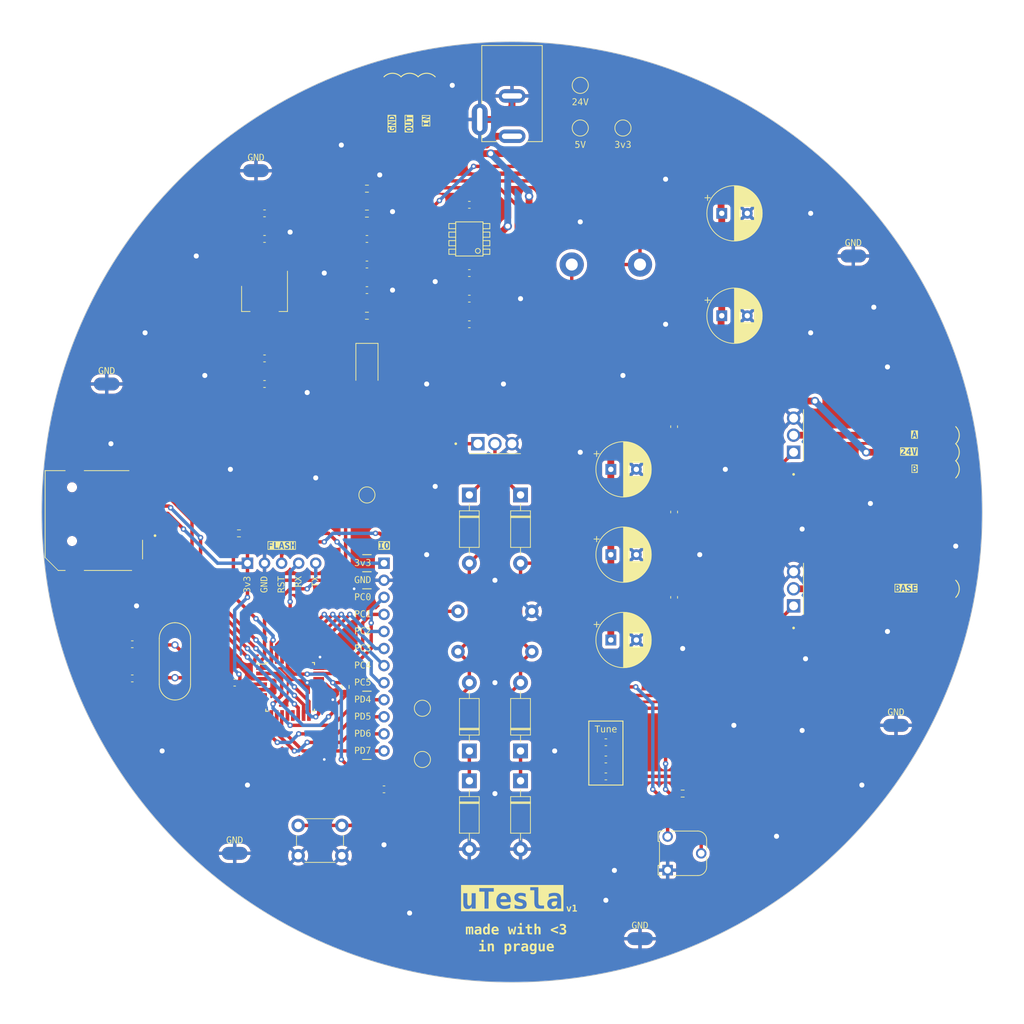
<source format=kicad_pcb>
(kicad_pcb (version 20221018) (generator pcbnew)
  (layers (0 "F.Cu" signal) (31 "B.Cu" signal) (34 "B.Paste" user) (35 "F.Paste" user) (36 "B.SilkS" user "B.Silkscreen") (37 "F.SilkS" user "F.Silkscreen") (38 "B.Mask" user) (39 "F.Mask" user) (44 "Edge.Cuts" user))
  (net 0 "")
  (net 1 "+24V")
  (net 2 "GND")
  (net 3 "Net-(U1-BST)")
  (net 4 "Net-(D1-K)")
  (net 5 "+5V")
  (net 6 "Net-(U1-FB)")
  (net 7 "+3V3")
  (net 8 "Net-(U3-XTAL1{slash}PB6)")
  (net 9 "Net-(U3-XTAL2{slash}PB7)")
  (net 10 "Net-(J2-Pin_3)")
  (net 11 "Net-(U3-~{RESET}{slash}PC6)")
  (net 12 "/Contacts/Base")
  (net 13 "Net-(D2-K)")
  (net 14 "Net-(D2-A)")
  (net 15 "Net-(D3-A)")
  (net 16 "Net-(D4-K)")
  (net 17 "Net-(D5-K)")
  (net 18 "Net-(J2-Pin_4)")
  (net 19 "Net-(J2-Pin_5)")
  (net 20 "Net-(J3-Pin_3)")
  (net 21 "Net-(J3-Pin_4)")
  (net 22 "Net-(J3-Pin_5)")
  (net 23 "Net-(J3-Pin_6)")
  (net 24 "Net-(J3-Pin_7)")
  (net 25 "Net-(J3-Pin_8)")
  (net 26 "Net-(J3-Pin_9)")
  (net 27 "Net-(J3-Pin_10)")
  (net 28 "Net-(J3-Pin_11)")
  (net 29 "Net-(J3-Pin_12)")
  (net 30 "/Microcontroller/Card")
  (net 32 "/Microcontroller/MISO")
  (net 33 "/Microcontroller/SCK")
  (net 34 "/Microcontroller/MOSI")
  (net 35 "/Microcontroller/CS")
  (net 37 "/Contacts/A")
  (net 38 "/Contacts/B")
  (net 39 "/Driver/Signal")
  (net 40 "Net-(R6-Pad2)")
  (net 41 "Net-(U1-DIM)")
  (net 47 "Net-(J1-Pad4)")
  (footprint "IRFZ44N:TO254P1016X419X2286-3" (layer "F.Cu") (at 149.86 78.74)
    (fp_text reference "Q1" hide)
    (fp_text value "IRFZ44N")
  )
  (footprint "Resistor_SMD:R_0603_1608Metric" (layer "F.Cu") (at 111.76 92.075 180)
    (fp_text reference "R5" hide)
    (fp_text value "10k")
  )
  (footprint "Transformer_THT:Transformer_Toroid_Horizontal_D9.0mm_Amidon-T30" (layer "F.Cu") (at 155.36 103.68 180)
    (fp_text reference "T1" hide)
    (fp_text value "1:1")
  )
  (footprint "IRFZ44N:TO254P1016X419X2286-3" (layer "F.Cu") (at 194.31 100.33 90)
    (fp_text reference "Q3" hide)
    (fp_text value "IRFZ44N")
  )
  (footprint "Diode_THT:D_DO-41_SOD81_P10.16mm_Horizontal" (layer "F.Cu") (at 153.67 128.905 -90)
    (fp_text reference "D7" hide)
    (fp_text value "1N5352")
  )
  (footprint "Package_QFP:TQFP-32_7x7mm_P0.8mm" (layer "F.Cu") (at 119.38 114.935)
    (fp_text reference "U3" hide)
    (fp_text value "ATmega328P-A")
  )
  (footprint "Resistor_SMD:R_0603_1608Metric" (layer "F.Cu") (at 127.635 114.935 -90)
    (fp_text reference "R4" hide)
    (fp_text value "10k")
  )
  (footprint "Capacitor_SMD:C_0603_1608Metric" (layer "F.Cu") (at 166.37 125.73 180)
    (fp_text reference "C19" hide)
    (fp_text value "Tune")
  )
  (footprint "HC-49_U-S16000000ABJB:XTAL_HC49P488W43L1150T466H350" (layer "F.Cu") (at 102.235 111.125 -90)
    (fp_text reference "Y1" hide)
    (fp_text value "HC-49 16MHz")
  )
  (footprint "Capacitor_SMD:C_0603_1608Metric" (layer "F.Cu") (at 176.53 88.9 90)
    (fp_text reference "C22" hide)
    (fp_text value "1uF")
  )
  (footprint "Capacitor_SMD:C_0603_1608Metric" (layer "F.Cu") (at 166.37 123.171304 180)
    (fp_text reference "C18" hide)
    (fp_text value "Tune")
  )
  (footprint "Diode_THT:D_DO-41_SOD81_P10.16mm_Horizontal" (layer "F.Cu") (at 146.05 128.905 -90)
    (fp_text reference "D6" hide)
    (fp_text value "1N5352")
  )
  (footprint "Resistor_SMD:R_0603_1608Metric" (layer "F.Cu") (at 130.81 40.78003 180)
    (fp_text reference "R3" hide)
    (fp_text value "10k")
  )
  (footprint "TestPoint:TestPoint_Pad_D2.0mm" (layer "F.Cu") (at 130.81 86.36)
    (fp_text reference "TP4" hide)
    (fp_text value "Signal")
  )
  (footprint "TestPoint:TestPoint_Pad_D2.0mm" (layer "F.Cu") (at 162.56 31.75)
    (fp_text reference "TP2" hide)
    (fp_text value "5V")
  )
  (footprint "Capacitor_SMD:C_0603_1608Metric" (layer "F.Cu") (at 95.885 108.585 180)
    (fp_text reference "C14" hide)
    (fp_text value "22pF")
  )
  (footprint "Capacitor_THT:CP_Radial_D8.0mm_P3.80mm" (layer "F.Cu") (at 167.107349 107.95)
    (fp_text reference "C26" hide)
    (fp_text value "100uF")
  )
  (footprint "Capacitor_SMD:C_0603_1608Metric" (layer "F.Cu") (at 133.35 130.175 180)
    (fp_text reference "C16" hide)
    (fp_text value "100nF")
  )
  (footprint "TestPoint:TestPoint_Pad_D2.0mm" (layer "F.Cu") (at 168.91 31.75)
    (fp_text reference "TP3" hide)
    (fp_text value "3V3")
  )
  (footprint "Diode_THT:D_DO-41_SOD81_P10.16mm_Horizontal" (layer "F.Cu") (at 146.05 86.36 -90)
    (fp_text reference "D2" hide)
    (fp_text value "1N5819")
  )
  (footprint "Diode_THT:D_DO-41_SOD81_P10.16mm_Horizontal" (layer "F.Cu") (at 153.67 86.36 -90)
    (fp_text reference "D3" hide)
    (fp_text value "1N5819")
  )
  (footprint "Capacitor_SMD:C_0603_1608Metric" (layer "F.Cu") (at 115.57 48.26)
    (fp_text reference "C11" hide)
    (fp_text value "10uF")
  )
  (footprint "Capacitor_THT:CP_Radial_D8.0mm_P3.80mm" (layer "F.Cu") (at 183.617349 44.45)
    (fp_text reference "C1" hide)
    (fp_text value "100uF")
  )
  (footprint "DC-005:NINIGI_DC-005" (layer "F.Cu") (at 152.4 30.48 -90)
    (fp_text reference "J1" hide)
    (fp_text value "DC-005")
  )
  (footprint "Package_TO_SOT_SMD:SOT-223-3_TabPin2" (layer "F.Cu") (at 115.57 57.15 -90)
    (fp_text reference "U2" hide)
    (fp_text value "AMS1117-3.3")
  )
  (footprint "Capacitor_SMD:C_0603_1608Metric" (layer "F.Cu") (at 166.37 128.251304 180)
    (fp_text reference "C20" hide)
    (fp_text value "Tune")
  )
  (footprint "Custom:SolderPad-1pin" (layer "F.Cu") (at 114.3 38.1)
    (fp_text reference "J7" hide)
    (fp_text value "~")
  )
  (footprint "Capacitor_SMD:C_0603_1608Metric" (layer "F.Cu") (at 95.885 113.665 180)
    (fp_text reference "C15" hide)
    (fp_text value "22pF")
  )
  (footprint "Potentiometer_THT:Potentiometer_Runtron_RM-065_Vertical" (layer "F.Cu") (at 175.56 142.2 90)
    (fp_text reference "RV1" hide)
    (fp_text value "1k")
  )
  (footprint "Resistor_SMD:R_0603_1608Metric" (layer "F.Cu") (at 130.81 44.490825)
    (fp_text reference "R2" hide)
    (fp_text value "240k")
  )
  (footprint "Connector_PinHeader_2.54mm:PinHeader_1x12_P2.54mm_Vertical" (layer "F.Cu") (at 133.35 96.52)
    (fp_text reference "J3" hide)
    (fp_text value "IO")
  )
  (footprint "TestPoint:TestPoint_Pad_D2.0mm" (layer "F.Cu") (at 139.065 118.11)
    (fp_text reference "TP5" hide)
    (fp_text value "A")
  )
  (footprint "Capacitor_SMD:C_0603_1608Metric" (layer "F.Cu") (at 130.81 55.88 180)
    (fp_text reference "C8" hide)
    (fp_text value "470uF")
  )
  (footprint "Capacitor_THT:CP_Radial_D8.0mm_P3.80mm" (layer "F.Cu") (at 183.617349 59.69)
    (fp_text reference "C2" hide)
    (fp_text value "100uF")
  )
  (footprint "IRFZ44N:TO254P1016X419X2286-3" (layer "F.Cu") (at 194.31 77.47 90)
    (fp_text reference "Q2" hide)
    (fp_text value "IRFZ44N")
  )
  (footprint "Custom:SolderPad-1pin" (layer "F.Cu") (at 111.125 139.7)
    (fp_text reference "J9" hide)
    (fp_text value "~")
  )
  (footprint "Capacitor_SMD:C_0603_1608Metric" (layer "F.Cu") (at 115.57 44.45)
    (fp_text reference "C10" hide)
    (fp_text value "22uF")
  )
  (footprint "Custom:SolderPad-3pin" (layer "F.Cu") (at 137.16 26.67 -90)
    (fp_text reference "J19" hide)
    (fp_text value "~")
  )
  (footprint "Diode_SMD:D_SMA" (layer "F.Cu") (at 130.81 67.31 -90)
    (fp_text reference "D1" hide)
    (fp_text value "SS110")
  )
  (footprint "Custom:SolderPad-1pin" (layer "F.Cu") (at 92.075 69.85)
    (fp_text reference "J8" hide)
    (fp_text value "~")
  )
  (footprint "Capacitor_SMD:C_0603_1608Metric" (layer "F.Cu") (at 146.05 53.34 180)
    (fp_text reference "C3" hide)
    (fp_text value "22uF")
  )
  (footprint "Custom:SolderPad-1pin" (layer "F.Cu") (at 171.45 152.4)
    (fp_text reference "J10" hide)
    (fp_text value "~")
  )
  (footprint "Capacitor_SMD:C_0603_1608Metric" (layer "F.Cu") (at 146.05 60.96 180)
    (fp_text reference "C5" hide)
    (fp_text value "2.2uF")
  )
  (footprint "Capacitor_SMD:C_0603_1608Metric" (layer "F.Cu") (at 115.57 66.04)
    (fp_text reference "C13" hide)
    (fp_text value "22uF")
  )
  (footprint "Capacitor_SMD:C_0603_1608Metric" (layer "F.Cu") (at 130.81 48.26)
    (fp_text reference "C9" hide)
    (fp_text value "100nF")
  )
  (footprint "Button_Switch_THT:SW_PUSH_6mm" (layer "F.Cu") (at 120.575 135.545)
    (fp_text reference "SW1" hide)
    (fp_text value "RST")
  )
  (footprint "Capacitor_SMD:C_0603_1608Metric" (layer "F.Cu") (at 176.53 101.6 90)
    (fp_text reference "C23" hide)
    (fp_text value "1uF")
  )
  (footprint "Custom:SolderPad-1pin" (layer "F.Cu") (at 209.55 120.65)
    (fp_text reference "J11" hide)
    (fp_text value "~")
  )
  (footprint "Capacitor_SMD:C_0603_1608Metric" (layer "F.Cu") (at 146.05 57.15 180)
    (fp_text reference "C4" hide)
    (fp_text value "22uF")
  )
  (footprint "Connector_PinHeader_2.54mm:PinHeader_1x05_P2.54mm_Vertical" (layer "F.Cu") (at 113.03 96.52 90)
    (fp_text reference "J2" hide)
    (fp_text value "Flash")
  )
  (footprint "Custom:SolderPad-1pin" (layer "F.Cu") (at 203.2 50.8)
    (fp_text reference "J12" hide)
    (fp_text value "~")
  )
  (footprint "TestPoint:TestPoint_Pad_D2.0mm" (layer "F.Cu") (at 162.56 25.4)
    (fp_text reference "TP1" hide)
    (fp_text value "24V")
  )
  (footprint "TestPoint:TestPoint_Pad_D2.0mm" (layer "F.Cu") (at 139.065 125.73)
    (fp_text reference "TP6" hide)
    (fp_text value "B")
  )
  (footprint "Resistor_SMD:R_0603_1608Metric" (layer "F.Cu") (at 177.8 130.81)
    (fp_text reference "R6" hide)
    (fp_text value "200R")
  )
  (footprint "Custom:SolderPad-3pin" (layer "F.Cu") (at 215.9 80.01)
    (fp_text reference "J5" hide)
    (fp_text value "~")
  )
  (footprint "Resistor_SMD:R_0603_1608Metric" (layer "F.Cu") (at 130.81 59.69 180)
    (fp_text reference "R1" hide)
    (fp_text value "470R")
  )
  (footprint "Capacitor_SMD:C_0603_1608Metric" (layer "F.Cu") (at 146.05 43.18 180)
    (fp_text reference "C6" hide)
    (fp_text value "100nF")
  )
  (footprint "Capacitor_THT:CP_Radial_D8.0mm_P3.80mm" (layer "F.Cu") (at 167.107349 82.55)
    (fp_text reference "C24" hide)
    (fp_text value "100uF")
  )
  (footprint "Capacitor_SMD:C_0603_1608Metric" (layer "F.Cu") (at 115.57 69.85)
    (fp_text reference "C12" hide)
    (fp_text value "10uF")
  )
  (footprint "Inductor_THT:L_Toroid_Vertical_L26.7mm_W14.0mm_P10.16mm_Pulse_D" (layer "F.Cu") (at 161.29 52.07 90)
    (fp_text reference "L1" hide)
    (fp_text value "33uH")
  )
  (footprint "MP9486A:SOIC-8EP" (layer "F.Cu") (at 146.05 48.26 180)
    (fp_text reference "U1" hide)
    (fp_text value "MP9486A")
  )
  (footprint "Diode_THT:D_DO-41_SOD81_P10.16mm_Horizontal" (layer "F.Cu") (at 153.67 124.46 90)
    (fp_text reference "D5" hide)
    (fp_text value "1N5349")
  )
  (footprint "Custom:SolderPad-1pin" (layer "F.Cu") (at 215.9 100.33)
    (fp_text reference "J6" hide)
    (fp_text value "~")
  )
  (footprint "Capacitor_SMD:C_0603_1608Metric" (layer "F.Cu") (at 111.125 114.3 180)
    (fp_text reference "C17" hide)
    (fp_text value "100nF")
  )
  (footprint "Capacitor_SMD:C_0603_1608Metric" (layer "F.Cu") (at 176.53 76.2 90)
    (fp_text reference "C21" hide)
    (fp_text value "1uF")
  )
  (footprint "Diode_THT:D_DO-41_SOD81_P10.16mm_Horizontal" (layer "F.Cu") (at 146.05 124.46 90)
    (fp_text reference "D4" hide)
    (fp_text value "1N5349")
  )
  (footprint "MSD-1-A:CUI_MSD-1-A" (layer "F.Cu") (at 90.17 90.17 -90)
    (fp_text reference "J4" hide)
    (fp_text value "MSD-1-A")
  )
  (footprint "Capacitor_THT:CP_Radial_D8.0mm_P3.80mm" (layer "F.Cu") (at 167.107349 95.25)
    (fp_text reference "C25" hide)
    (fp_text value "100uF")
  )
  (footprint "Capacitor_SMD:C_0603_1608Metric" (layer "F.Cu") (at 130.81 52.07 180)
    (fp_text reference "C7" hide)
    (fp_text value "100nF")
  )
  (footprint "Custom:SolderPad-1pin" (layer "B.Cu") (at 171.45 152.4 180)
    (fp_text reference "J16" hide)
    (fp_text value "~")
  )
  (footprint "Custom:SolderPad-1pin" (layer "B.Cu") (at 209.55 120.65 180)
    (fp_text reference "J17" hide)
    (fp_text value "~")
  )
  (footprint "Custom:SolderPad-1pin" (layer "B.Cu") (at 92.075 69.85 180)
    (fp_text reference "J14" hide)
    (fp_text value "~")
  )
  (footprint "Custom:SolderPad-1pin" (layer "B.Cu") (at 114.3 38.1 180)
    (fp_text reference "J13" hide)
    (fp_text value "~")
  )
  (footprint "Custom:SolderPad-1pin" (layer "B.Cu") (at 203.2 50.8 180)
    (fp_text reference "J18" hide)
    (fp_text value "~")
  )
  (footprint "Custom:SolderPad-1pin" (layer "B.Cu") (at 111.125 139.7 180)
    (fp_text reference "J15" hide)
    (fp_text value "~")
  )
  (gr_line (start 131.445 125.73) (end 130.175 125.73) (stroke (width 0.15)) (layer "F.SilkS"))
  (gr_line (start 131.445 95.25) (end 130.175 95.25) (stroke (width 0.15)) (layer "F.SilkS"))
  (gr_arc (start 135.89 24.13) (mid 137.16 23.603949) (end 138.43 24.13) (stroke (width 0.15)) (layer "F.SilkS"))
  (gr_line (start 130.175 100.33) (end 131.445 100.33) (stroke (width 0.15)) (layer "F.SilkS"))
  (gr_arc (start 218.44 78.74) (mid 218.966051 80.01) (end 218.44 81.28) (stroke (width 0.15)) (layer "F.SilkS"))
  (gr_line (start 130.175 115.57) (end 131.445 115.57) (stroke (width 0.15)) (layer "F.SilkS"))
  (gr_arc (start 218.44 76.2) (mid 218.966051 77.47) (end 218.44 78.74) (stroke (width 0.15)) (layer "F.SilkS"))
  (gr_line (start 131.445 97.79) (end 130.175 97.79) (stroke (width 0.15)) (layer "F.SilkS"))
  (gr_line (start 163.83 129.54) (end 168.91 129.54) (stroke (width 0.15)) (layer "F.SilkS"))
  (gr_line (start 163.83 120.015) (end 168.91 120.015) (stroke (width 0.15)) (layer "F.SilkS"))
  (gr_arc (start 218.44 99.06) (mid 218.966051 100.33) (end 218.44 101.6) (stroke (width 0.15)) (layer "F.SilkS"))
  (gr_arc (start 218.44 81.28) (mid 218.966051 82.55) (end 218.44 83.82) (stroke (width 0.15)) (layer "F.SilkS"))
  (gr_line (start 163.83 120.015) (end 163.83 129.54) (stroke (width 0.15)) (layer "F.SilkS"))
  (gr_arc (start 138.43 24.13) (mid 139.7 23.603949) (end 140.97 24.13) (stroke (width 0.15)) (layer "F.SilkS"))
  (gr_arc (start 133.35 24.13) (mid 134.62 23.603949) (end 135.89 24.13) (stroke (width 0.15)) (layer "F.SilkS"))
  (gr_line (start 168.91 120.015) (end 168.91 129.54) (stroke (width 0.15)) (layer "F.SilkS"))
  (gr_circle (center 152.4 88.9) (end 152.4 158.9) (stroke (width 0.1)) (fill none) (layer "Edge.Cuts"))
  (gr_text "3v3" (at 131.445 96.52) (layer "F.SilkS") (effects (font (size 1 1)) (justify right)))
  (gr_text "uTesla" (at 152.4 146.685) (layer "F.SilkS" knockout) (effects (font (size 3 3) (thickness 0.2) bold)))
  (gr_text "PC2" (at 131.445 106.68) (layer "F.SilkS") (effects (font (size 1 1)) (justify right)))
  (gr_text "PC5" (at 131.445 114.3) (layer "F.SilkS") (effects (font (size 1 1)) (justify right)))
  (gr_text "Tune" (at 166.37 121.285) (layer "F.SilkS") (effects (font (size 1 1))))
  (gr_text "PD5" (at 131.445 119.38) (layer "F.SilkS") (effects (font (size 1 1)) (justify right)))
  (gr_text "GND" (at 134.62 29.845 90) (layer "F.SilkS" knockout) (effects (font (size 1 1) (thickness 0.2) bold) (justify right)))
  (gr_text "GND" (at 209.55 118.745) (layer "F.SilkS") (effects (font (size 1 1))))
  (gr_text "made with <3\nin prague" (at 153.035 152.4) (layer "F.SilkS") (effects (font (size 1.5 1.5) (thickness 0.2) bold)))
  (gr_text "BASE" (at 212.725 100.33) (layer "F.SilkS" knockout) (effects (font (size 1 1) (thickness 0.2) bold) (justify right)))
  (gr_text "PD6" (at 131.445 121.92) (layer "F.SilkS") (effects (font (size 1 1)) (justify right)))
  (gr_text "OUT" (at 137.16 29.845 90) (layer "F.SilkS" knockout) (effects (font (size 1 1) (thickness 0.2) bold) (justify right)))
  (gr_text "TX" (at 123.19 98.425 90) (layer "F.SilkS") (effects (font (size 1 1)) (justify right)))
  (gr_text "24V" (at 162.56 27.94) (layer "F.SilkS") (effects (font (size 1 1))))
  (gr_text "PC1" (at 131.445 104.14) (layer "F.SilkS") (effects (font (size 1 1)) (justify right)))
  (gr_text "RST" (at 118.11 98.425 90) (layer "F.SilkS") (effects (font (size 1 1)) (justify right)))
  (gr_text "GND" (at 203.2 48.895) (layer "F.SilkS") (effects (font (size 1 1))))
  (gr_text "GND" (at 131.445 99.06) (layer "F.SilkS") (effects (font (size 1 1)) (justify right)))
  (gr_text "PC3" (at 131.445 109.22) (layer "F.SilkS") (effects (font (size 1 1)) (justify right)))
  (gr_text "3v3" (at 113.03 98.425 90) (layer "F.SilkS") (effects (font (size 1 1)) (justify right)))
  (gr_text "FLASH" (at 118.11 93.98) (layer "F.SilkS" knockout) (effects (font (size 1 1) (thickness 0.2) bold)))
  (gr_text "PD4" (at 131.445 116.84) (layer "F.SilkS") (effects (font (size 1 1)) (justify right)))
  (gr_text "GND" (at 92.075 67.945) (layer "F.SilkS") (effects (font (size 1 1))))
  (gr_text "GND" (at 171.45 150.495) (layer "F.SilkS") (effects (font (size 1 1))))
  (gr_text "GND" (at 115.57 98.425 90) (layer "F.SilkS") (effects (font (size 1 1)) (justify right)))
  (gr_text "PC0" (at 131.445 101.6) (layer "F.SilkS") (effects (font (size 1 1)) (justify right)))
  (gr_text "PD7" (at 131.445 124.46) (layer "F.SilkS") (effects (font (size 1 1)) (justify right)))
  (gr_text "v1" (at 161.29 147.955) (layer "F.SilkS") (effects (font (size 1 1) (thickness 0.2) bold)))
  (gr_text "5V" (at 162.56 34.29) (layer "F.SilkS") (effects (font (size 1 1))))
  (gr_text "3v3" (at 168.91 34.29) (layer "F.SilkS") (effects (font (size 1 1))))
  (gr_text "A" (at 212.725 77.47) (layer "F.SilkS" knockout) (effects (font (size 1 1) (thickness 0.2) bold) (justify right)))
  (gr_text "RX" (at 120.65 98.425 90) (layer "F.SilkS") (effects (font (size 1 1)) (justify right)))
  (gr_text "GND" (at 114.3 36.195) (layer "F.SilkS") (effects (font (size 1 1))))
  (gr_text "PC4" (at 131.445 111.76) (layer "F.SilkS") (effects (font (size 1 1)) (justify right)))
  (gr_text "IO" (at 133.35 93.98) (layer "F.SilkS" knockout) (effects (font (size 1 1) (thickness 0.2) bold)))
  (gr_text "B" (at 212.725 82.55) (layer "F.SilkS" knockout) (effects (font (size 1 1) (thickness 0.2) bold) (justify right)))
  (gr_text "GND" (at 111.125 137.795) (layer "F.SilkS") (effects (font (size 1 1))))
  (gr_text "24V" (at 212.725 80.01) (layer "F.SilkS" knockout) (effects (font (size 1 1) (thickness 0.2) bold) (justify right)))
  (gr_text "IN" (at 139.7 29.845 90) (layer "F.SilkS" knockout) (effects (font (size 1 1) (thickness 0.2) bold) (justify right)))
  (segment (start 154.94 49.53) (end 154.94 41.91) (width 1.016) (layer "F.Cu") (net 1))
  (segment (start 173.355 25.4) (end 183.515 35.56) (width 1.016) (layer "F.Cu") (net 1))
  (segment (start 176.53 76.975) (end 170.04 76.975) (width 1.016) (layer "F.Cu") (net 1))
  (segment (start 137.16 29.845) (end 137.16 26.67) (width 1.016) (layer "F.Cu") (net 1))
  (segment (start 176.53 89.675) (end 169.507349 89.675) (width 1.016) (layer "F.Cu") (net 1))
  (segment (start 157.48 27.9) (end 159.98 25.4) (width 1.016) (layer "F.Cu") (net 1))
  (segment (start 167.107349 79.907651) (end 170.04 76.975) (width 1.016) (layer "F.Cu") (net 1))
  (segment (start 150.495 47.625) (end 151.765 46.355) (width 1.016) (layer "F.Cu") (net 1))
  (segment (start 157.48 34.29) (end 157.48 27.9) (width 1.016) (layer "F.Cu") (net 1))
  (segment (start 167.107349 95.25) (end 167.107349 104.775) (width 1.016) (layer "F.Cu") (net 1))
  (segment (start 183.515 73.025) (end 183.515 59.792349) (width 1.016) (layer "F.Cu") (net 1))
  (segment (start 183.617349 44.45) (end 183.617349 59.69) (width 1.016) (layer "F.Cu") (net 1))
  (segment (start 167.107349 92.075) (end 167.107349 95.25) (width 1.016) (layer "F.Cu") (net 1))
  (segment (start 162.56 25.4) (end 173.355 25.4) (width 1.016) (layer "F.Cu") (net 1))
  (segment (start 167.107349 82.55) (end 167.107349 92.075) (width 1.016) (layer "F.Cu") (net 1))
  (segment (start 142.875 35.56) (end 137.16 29.845) (width 1.016) (layer "F.Cu") (net 1))
  (segment (start 167.107349 104.775) (end 167.107349 107.95) (width 1.016) (layer "F.Cu") (net 1))
  (segment (start 151.13 53.34) (end 154.94 49.53) (width 1.016) (layer "F.Cu") (net 1))
  (segment (start 215.9 80.01) (end 205.105 80.01) (width 1.016) (layer "F.Cu") (net 1))
  (segment (start 149.225 35.56) (end 142.875 35.56) (width 1.016) (layer "F.Cu") (net 1))
  (segment (start 162.56 25.4) (end 159.98 25.4) (width 1.016) (layer "F.Cu") (net 1))
  (segment (start 183.515 44.347651) (end 183.617349 44.45) (width 1.016) (layer "F.Cu") (net 1))
  (segment (start 197.485 72.39) (end 184.15 72.39) (width 1.016) (layer "F.Cu") (net 1))
  (segment (start 179.565 76.975) (end 183.515 73.025) (width 1.016) (layer "F.Cu") (net 1))
  (segment (start 146.825 53.34) (end 146.825 57.15) (width 1.016) (layer "F.Cu") (net 1))
  (segment (start 169.507349 102.375) (end 167.107349 104.775) (width 1.016) (layer "F.Cu") (net 1))
  (segment (start 167.107349 82.55) (end 167.107349 79.907651) (width 1.016) (layer "F.Cu") (net 1))
  (segment (start 176.53 76.975) (end 179.565 76.975) (width 1.016) (layer "F.Cu") (net 1))
  (segment (start 184.15 72.39) (end 183.515 73.025) (width 1.016) (layer "F.Cu") (net 1))
  (segment (start 156.21 35.56) (end 157.48 34.29) (width 1.016) (layer "F.Cu") (net 1))
  (segment (start 149.225 35.56) (end 156.21 35.56) (width 1.016) (layer "F.Cu") (net 1))
  (segment (start 183.515 59.792349) (end 183.617349 59.69) (width 1.016) (layer "F.Cu") (net 1))
  (segment (start 169.507349 89.675) (end 167.107349 92.075) (width 1.016) (layer "F.Cu") (net 1))
  (segment (start 176.53 102.375) (end 169.507349 102.375) (width 1.016) (layer "F.Cu") (net 1))
  (segment (start 148.7678 47.625) (end 150.495 47.625) (width 1.016) (layer "F.Cu") (net 1))
  (segment (start 146.825 53.34) (end 151.13 53.34) (width 1.016) (layer "F.Cu") (net 1))
  (segment (start 146.825 57.15) (end 146.825 60.96) (width 1.016) (layer "F.Cu") (net 1))
  (segment (start 183.515 35.56) (end 183.515 44.347651) (width 1.016) (layer "F.Cu") (net 1))
  (via (at 197.485 72.39) (size 1.25) (drill 0.75) (layers "F.Cu" "B.Cu") (net 1))
  (via (at 205.105 80.01) (size 1.25) (drill 0.75) (layers "F.Cu" "B.Cu") (net 1))
  (via (at 154.94 41.91) (size 1.25) (drill 0.75) (layers "F.Cu" "B.Cu") (net 1))
  (via (at 151.765 46.355) (size 1.25) (drill 0.75) (layers "F.Cu" "B.Cu") (net 1))
  (via (at 149.225 35.56) (size 1.25) (drill 0.75) (layers "F.Cu" "B.Cu") (net 1))
  (segment (start 154.94 41.275) (end 151.765 38.1) (width 1.016) (layer "B.Cu") (net 1))
  (segment (start 154.94 41.91) (end 154.94 41.275) (width 1.016) (layer "B.Cu") (net 1))
  (segment (start 151.765 38.1) (end 149.225 35.56) (width 1.016) (layer "B.Cu") (net 1))
  (segment (start 205.105 80.01) (end 197.485 72.39) (width 1.016) (layer "B.Cu") (net 1))
  (segment (start 151.765 46.355) (end 151.765 38.1) (width 1.016) (layer "B.Cu") (net 1))
  (segment (start 116.84 114.935) (end 116.44 115.335) (width 0.508) (layer "F.Cu") (net 2))
  (segment (start 123.63 114.535) (end 124.695 114.535) (width 0.508) (layer "F.Cu") (net 2))
  (segment (start 122.155 114.535) (end 121.92 114.3) (width 0.508) (layer "F.Cu") (net 2))
  (segment (start 111.125 111.76) (end 110.35 112.535) (width 0.508) (layer "F.Cu") (net 2))
  (segment (start 124.695 114.535) (end 125.095 114.935) (width 0.508) (layer "F.Cu") (net 2))
  (segment (start 123.63 114.535) (end 122.155 114.535) (width 0.508) (layer "F.Cu") (net 2))
  (segment (start 123.825 110.49) (end 130.175 104.14) (width 0.508) (layer "F.Cu") (net 2))
  (segment (start 116.44 115.335) (end 115.13 115.335) (width 0.508) (layer "F.Cu") (net 2))
  (segment (start 116.275 113.735) (end 116.84 114.3) (width 0.508) (layer "F.Cu") (net 2))
  (segment (start 111.76 111.76) (end 111.125 111.76) (width 0.508) (layer "F.Cu") (net 2))
  (segment (start 115.13 113.735) (end 113.735 113.735) (width 0.508) (layer "F.Cu") (net 2))
  (segment (start 116.84 114.3) (end 116.84 114.935) (width 0.508) (layer "F.Cu") (net 2))
  (segment (start 130.175 104.14) (end 130.175 101.6) (width 0.508) (layer "F.Cu") (net 2))
  (segment (start 113.735 113.735) (end 111.76 111.76) (width 0.508) (layer "F.Cu") (net 2))
  (segment (start 130.175 101.6) (end 128.905 100.33) (width 0.508) (layer "F.Cu") (net 2))
  (segment (start 152.4 28.575) (end 150.495 30.48) (width 1.016) (layer "F.Cu") (net 2))
  (segment (start 152.4 26.98) (end 152.4 28.575) (width 1.016) (layer "F.Cu") (net 2))
  (segment (start 125.73 115.57) (end 125.73 116.84) (width 0.508) (layer "F.Cu") (net 2))
  (segment (start 110.35 112.535) (end 110.35 114.3) (width 0.508) (layer "F.Cu") (net 2))
  (segment (start 125.095 114.935) (end 125.73 115.57) (width 0.508) (layer "F.Cu") (net 2))
  (segment (start 150.495 30.48) (end 147.6 30.48) (width 1.016) (layer "F.Cu") (net 2))
  (segment (start 115.13 113.735) (end 116.275 113.735) (width 0.508) (layer "F.Cu") (net 2))
  (via (at 175.26 39.37) (size 1.25) (drill 0.75) (layers "F.Cu" "B.Cu") (net 2))
  (via (at 113.03 129.54) (size 1.25) (drill 0.75) (layers "F.Cu" "B.Cu") (net 2))
  (via (at 100.33 124.46) (size 1.25) (drill 0.75) (layers "F.Cu" "B.Cu") (net 2))
  (via (at 110.49 82.55) (size 1.25) (drill 0.75) (layers "F.Cu" "B.Cu") (net 2))
  (via (at 132.715 38.735) (size 1.25) (drill 0.75) (layers "F.Cu" "B.Cu") (net 2))
  (via (at 97.79 62.23) (size 1.25) (drill 0.75) (layers "F.Cu" "B.Cu") (net 2))
  (via (at 158.75 124.46) (size 1.25) (drill 0.75) (layers "F.Cu" "B.Cu") (net 2))
  (via (at 162.56 45.72) (size 1.25) (drill 0.75) (layers "F.Cu" "B.Cu") (net 2))
  (via (at 167.64 142.24) (size 1.25) (drill 0.75) (layers "F.Cu" "B.Cu") (net 2))
  (via (at 168.91 68.58) (size 1.25) (drill 0.75) (layers "F.Cu" "B.Cu") (net 2))
  (via (at 139.7 69.85) (size 1.25) (drill 0.75) (layers "F.Cu" "B.Cu") (net 2))
  (via (at 96.52 102.87) (size 1.25) (drill 0.75) (layers "F.Cu" "B.Cu") (net 2))
  (via (at 195.58 91.44) (size 1.25) (drill 0.75) (layers "F.Cu" "B.Cu") (net 2))
  (via (at 175.26 60.96) (size 1.25) (drill 0.75) (layers "F.Cu" "B.Cu") (net 2))
  (via (at 127 34.29) (size 1.25) (drill 0.75) (layers "F.Cu" "B.Cu") (net 2))
  (via (at 196.088 110.744) (size 1.25) (drill 0.75) (layers "F.Cu" "B.Cu") (net 2))
  (via (at 204.47 129.54) (size 1.25) (drill 0.75) (layers "F.Cu" "B.Cu") (net 2))
  (via (at 177.8 109.22) (size 1.25) (drill 0.75) (layers "F.Cu" "B.Cu") (net 2))
  (via (at 124.46 53.34) (size 1.25) (drill 0.75) (layers "F.Cu" "B.Cu") (net 2))
  (via (at 123.825 110.49) (size 0.8) (drill 0.4) (layers "F.Cu" "B.Cu") (net 2))
  (via (at 208.28 106.68) (size 1.25) (drill 0.75) (layers "F.Cu" "B.Cu") (net 2))
  (via (at 166.37 146.685) (size 1.25) (drill 0.75) (layers "F.Cu" "B.Cu") (net 2))
  (via (at 149.86 130.81) (size 1.25) (drill 0.75) (layers "F.Cu" "B.Cu") (net 2))
  (via (at 195.58 121.412) (size 1.25) (drill 0.75) (layers "F.Cu" "B.Cu") (net 2))
  (via (at 149.86 114.3) (size 1.25) (drill 0.75) (layers "F.Cu" "B.Cu") (net 2))
  (via (at 125.73 116.84) (size 0.8) (drill 0.4) (layers "F.Cu" "B.Cu") (net 2))
  (via (at 124.46 125.73) (size 0.8) (drill 0.4) (layers "F.Cu" "B.Cu") (net 2))
  (via (at 151.13 69.85) (size 1.25) (drill 0.75) (layers "F.Cu" "B.Cu") (net 2))
  (via (at 149.86 99.06) (size 1.25) (drill 0.75) (layers "F.Cu" "B.Cu") (net 2))
  (via (at 123.19 83.82) (size 1.25) (drill 0.75) (layers "F.Cu" "B.Cu") (net 2))
  (via (at 105.41 50.8) (size 1.25) (drill 0.75) (layers "F.Cu" "B.Cu") (net 2))
  (via (at 92.71 78.74) (size 1.25) (drill 0.75) (layers "F.Cu" "B.Cu") (net 2))
  (via (at 106.68 68.58) (size 1.25) (drill 0.75) (layers "F.Cu" "B.Cu") (net 2))
  (via (at 140.97 85.09) (size 1.25) (drill 0.75) (layers "F.Cu" "B.Cu") (net 2))
  (via (at 119.38 47.244) (size 1.25) (drill 0.75) (layers "F.Cu" "B.Cu") (net 2))
  (via (at 206.248 58.42) (size 1.25) (drill 0.75) (layers "F.Cu" "B.Cu") (net 2))
  (via (at 184.15 82.55) (size 1.25) (drill 0.75) (layers "F.Cu" "B.Cu") (net 2))
  (via (at 134.62 44.196) (size 1.25) (drill 0.75) (layers "F.Cu" "B.Cu") (net 2))
  (via (at 205.74 87.63) (size 1.25) (drill 0.75) (layers "F.Cu" "B.Cu") (net 2))
  (via (at 191.77 137.16) (size 1.25) (drill 0.75) (layers "F.Cu" "B.Cu") (net 2))
  (via (at 139.7 95.25) (size 1.25) (drill 0.75) (layers "F.Cu" "B.Cu") (net 2))
  (via (at 128.905 100.33) (size 0.8) (drill 0.4) (layers "F.Cu" "B.Cu") (net 2))
  (via (at 121.92 114.3) (size 0.8) (drill 0.4) (layers "F.Cu" "B.Cu") (net 2))
  (via (at 143.51 25.4) (size 1.25) (drill 0.75) (layers "F.Cu" "B.Cu") (net 2))
  (via (at 137.16 148.59) (size 1.25) (drill 0.75) (layers "F.Cu" "B.Cu") (net 2))
  (via (at 134.62 55.88) (size 1.25) (drill 0.75) (layers "F.Cu" "B.Cu") (net 2))
  (via (at 140.97 54.61) (size 1.25) (drill 0.75) (layers "F.Cu" "B.Cu") (net 2))
  (via (at 196.85 44.45) (size 1.25) (drill 0.75) (layers "F.Cu" "B.Cu") (net 2))
  (via (at 208.28 67.31) (size 1.25) (drill 0.75) (layers "F.Cu" "B.Cu") (net 2))
  (via (at 196.85 62.23) (size 1.25) (drill 0.75) (layers "F.Cu" "B.Cu") (net 2))
  (via (at 180.34 95.25) (size 1.25) (drill 0.75) (layers "F.Cu" "B.Cu") (net 2))
  (via (at 133.35 138.43) (size 1.25) (drill 0.75) (layers "F.Cu" "B.Cu") (net 2))
  (via (at 121.92 71.12) (size 1.25) (drill 0.75) (layers "F.Cu" "B.Cu") (net 2))
  (via (at 185.42 120.65) (size 1.25) (drill 0.75) (layers "F.Cu" "B.Cu") (net 2))
  (via (at 218.44 93.98) (size 1.25) (drill 0.75) (layers "F.Cu" "B.Cu") (net 2))
  (via (at 162.56 80.01) (size 1.25) (drill 0.75) (layers "F.Cu" "B.Cu") (net 2))
  (via (at 153.67 57.15) (size 1.25) (drill 0.75) (layers "F.Cu" "B.Cu") (net 2))
  (segment (start 120.65 112.395) (end 122.555 110.49) (width 0.508) (layer "B.Cu") (net 2))
  (segment (start 121.92 114.3) (end 120.65 113.03) (width 0.508) (layer "B.Cu") (net 2))
  (segment (start 125.73 116.913) (end 126.292 117.475) (width 0.508) (layer "B.Cu") (net 2))
  (segment (start 120.65 113.03) (end 120.65 112.395) (width 0.508) (layer "B.Cu") (net 2))
  (segment (start 126.292 117.475) (end 126.292 123.898) (width 0.508) (layer "B.Cu") (net 2))
  (segment (start 126.292 123.898) (end 124.46 125.73) (width 0.508) (layer "B.Cu") (net 2))
  (segment (start 122.555 110.49) (end 123.825 110.49) (width 0.508) (layer "B.Cu") (net 2))
  (segment (start 125.73 116.84) (end 125.73 116.913) (width 0.508) (layer "B.Cu") (net 2))
  (segment (start 146.825 43.18) (end 148.7678 45.1228) (width 0.508) (layer "F.Cu") (net 3))
  (segment (start 148.7678 45.1228) (end 148.7678 46.355) (width 0.508) (layer "F.Cu") (net 3))
  (segment (start 142.875 63.5) (end 157.48 63.5) (width 0.508) (layer "F.Cu") (net 4))
  (segment (start 143.3322 45.1228) (end 145.275 43.18) (width 0.508) (layer "F.Cu") (net 4))
  (segment (start 130.81 65.31) (end 137.795 58.325) (width 0.508) (layer "F.Cu") (net 4))
  (segment (start 137.795 58.42) (end 142.875 63.5) (width 0.508) (layer "F.Cu") (net 4))
  (segment (start 137.795 58.325) (end 137.795 49.53) (width 0.508) (layer "F.Cu") (net 4))
  (segment (start 161.29 59.69) (end 161.29 52.07) (width 0.508) (layer "F.Cu") (net 4))
  (segment (start 140.97 46.355) (end 143.3322 46.355) (width 0.508) (layer "F.Cu") (net 4))
  (segment (start 137.795 49.53) (end 140.97 46.355) (width 0.508) (layer "F.Cu") (net 4))
  (segment (start 157.48 63.5) (end 161.29 59.69) (width 0.508) (layer "F.Cu") (net 4))
  (segment (start 137.795 58.325) (end 137.795 58.42) (width 0.508) (layer "F.Cu") (net 4))
  (segment (start 143.3322 46.355) (end 143.3322 45.1228) (width 0.508) (layer "F.Cu") (net 4))
  (segment (start 175.56 132.38) (end 173.355 130.175) (width 0.508) (layer "F.Cu") (net 5))
  (segment (start 129.54 37.084) (end 128.039175 38.584825) (width 0.508) (layer "F.Cu") (net 5))
  (segment (start 131.585 50.305) (end 131.585 52.07) (width 0.508) (layer "F.Cu") (net 5))
  (segment (start 162.56 55.88) (end 162.56 60.325) (width 0.508) (layer "F.Cu") (net 5))
  (segment (start 171.45 45.085) (end 171.45 52.07) (width 0.508) (layer "F.Cu") (net 5))
  (segment (start 162.56 60.325) (end 158.115 64.77) (width 0.508) (layer "F.Cu") (net 5))
  (segment (start 162.56 31.75) (end 162.56 36.195) (width 0.508) (layer "F.Cu") (net 5))
  (segment (start 175.56 137.2) (end 175.56 132.38) (width 0.508) (layer "F.Cu") (net 5))
  (segment (start 140.208 37.084) (end 129.54 37.084) (width 0.508) (layer "F.Cu") (net 5))
  (segment (start 142.748 39.624) (end 140.208 37.084) (width 0.508) (layer "F.Cu") (net 5))
  (segment (start 165.735 114.935) (end 162.56 111.76) (width 0.508) (layer "F.Cu") (net 5))
  (segment (start 114.795 43.955) (end 116.205 42.545) (width 0.508) (layer "F.Cu") (net 5))
  (segment (start 159.131 39.624) (end 142.748 39.624) (width 0.508) (layer "F.Cu") (net 5))
  (segment (start 113.27 49.785) (end 114.795 48.26) (width 0.508) (layer "F.Cu") (net 5))
  (segment (start 128.039175 42.545) (end 129.985 44.490825) (width 0.508) (layer "F.Cu") (net 5))
  (segment (start 129.985 48.21) (end 130.035 48.26) (width 0.508) (layer "F.Cu") (net 5))
  (segment (start 131.635 55.93) (end 131.585 55.88) (width 0.508) (layer "F.Cu") (net 5))
  (segment (start 162.56 93.98) (end 162.56 111.76) (width 0.508) (layer "F.Cu") (net 5))
  (segment (start 129.985 44.490825) (end 129.985 48.21) (width 0.508) (layer "F.Cu") (net 5))
  (segment (start 130.035 48.755) (end 131.585 50.305) (width 0.508) (layer "F.Cu") (net 5))
  (segment (start 162.56 36.195) (end 171.45 45.085) (width 0.508) (layer "F.Cu") (net 5))
  (segment (start 171.45 52.07) (end 166.37 52.07) (width 0.508) (layer "F.Cu") (net 5))
  (segment (start 131.585 55.88) (end 131.585 52.07) (width 0.508) (layer "F.Cu") (net 5))
  (segment (start 116.205 42.545) (end 128.039175 42.545) (width 0.508) (layer "F.Cu") (net 5))
  (segment (start 170.815 114.935) (end 165.735 114.935) (width 0.508) (layer "F.Cu") (net 5))
  (segment (start 158.115 64.77) (end 158.115 89.535) (width 0.508) (layer "F.Cu") (net 5))
  (segment (start 114.795 44.45) (end 114.795 43.955) (width 0.508) (layer "F.Cu") (net 5))
  (segment (start 162.56 36.195) (end 159.131 39.624) (width 0.508) (layer "F.Cu") (net 5))
  (segment (start 128.039175 38.584825) (end 128.039175 42.545) (width 0.508) (layer "F.Cu") (net 5))
  (segment (start 158.115 89.535) (end 162.56 93.98) (width 0.508) (layer "F.Cu") (net 5))
  (segment (start 131.635 59.69) (end 131.635 55.93) (width 0.508) (layer "F.Cu") (net 5))
  (segment (start 113.27 54) (end 113.27 49.785) (width 0.508) (layer "F.Cu") (net 5))
  (segment (start 114.795 48.26) (end 114.795 44.45) (width 0.508) (layer "F.Cu") (net 5))
  (segment (start 130.035 48.26) (end 130.035 48.755) (width 0.508) (layer "F.Cu") (net 5))
  (segment (start 166.37 52.07) (end 162.56 55.88) (width 0.508) (layer "F.Cu") (net 5))
  (via (at 170.815 114.935) (size 0.8) (drill 0.4) (layers "F.Cu" "B.Cu") (net 5))
  (via (at 173.355 130.175) (size 0.8) (drill 0.4) (layers "F.Cu" "B.Cu") (net 5))
  (segment (start 173.355 130.175) (end 173.355 117.475) (width 0.508) (layer "B.Cu") (net 5))
  (segment (start 173.355 117.475) (end 170.815 114.935) (width 0.508) (layer "B.Cu") (net 5))
  (segment (start 131.635 44.490825) (end 131.635 40.78003) (width 0.508) (layer "F.Cu") (net 6))
  (segment (start 151.13 50.165) (end 153.035 48.26) (width 0.508) (layer "F.Cu") (net 6))
  (segment (start 131.77503 40.64) (end 131.635 40.78003) (width 0.508) (layer "F.Cu") (net 6))
  (segment (start 131.585 48.26) (end 131.585 44.540825) (width 0.508) (layer "F.Cu") (net 6))
  (segment (start 153.035 43.18) (end 150.495 40.64) (width 0.508) (layer "F.Cu") (net 6))
  (segment (start 148.7678 50.165) (end 151.13 50.165) (width 0.508) (layer "F.Cu") (net 6))
  (segment (start 150.495 40.64) (end 131.77503 40.64) (width 0.508) (layer "F.Cu") (net 6))
  (segment (start 131.585 44.540825) (end 131.635 44.490825) (width 0.508) (layer "F.Cu") (net 6))
  (segment (start 153.035 48.26) (end 153.035 43.18) (width 0.508) (layer "F.Cu") (net 6))
  (segment (start 125.095 119.38) (end 125.73 118.745) (width 0.508) (layer "F.Cu") (net 7))
  (segment (start 159.385 36.195) (end 159.385 30.48) (width 0.508) (layer "F.Cu") (net 7))
  (segment (start 136.525 49.53) (end 136.525 47.625) (width 0.508) (layer "F.Cu") (net 7))
  (segment (start 125.73 118.745) (end 125.73 118.11) (width 0.508) (layer "F.Cu") (net 7))
  (segment (start 134.62 59.69) (end 136.525 57.785) (width 0.508) (layer "F.Cu") (net 7))
  (segment (start 136.525 57.785) (end 136.525 49.53) (width 0.508) (layer "F.Cu") (net 7))
  (segment (start 125.73 118.11) (end 124.555 116.935) (width 0.508) (layer "F.Cu") (net 7))
  (segment (start 131.445 62.865) (end 134.62 59.69) (width 0.508) (layer "F.Cu") (net 7))
  (segment (start 114.795 88.76) (end 118.11 92.075) (width 0.508) (layer "F.Cu") (net 7))
  (segment (start 158.115 37.465) (end 159.385 36.195) (width 0.508) (layer "F.Cu") (net 7))
  (segment (start 114.795 69.85) (end 114.795 88.76) (width 0.508) (layer "F.Cu") (net 7))
  (segment (start 115.57 62.865) (end 115.57 60.3) (width 0.508) (layer "F.Cu") (net 7))
  (segment (start 113.03 101.6) (end 113.03 96.52) (width 0.508) (layer "F.Cu") (net 7))
  (segment (start 111.9 113.17) (end 111.76 113.03) (width 0.508) (layer "F.Cu") (net 7))
  (segment (start 101.185 89.12) (end 103.505 91.44) (width 0.508) (layer "F.Cu") (net 7))
  (segment (start 115.13 116.135) (end 113.735 116.135) (width 0.508) (layer "F.Cu") (net 7))
  (segment (start 115.57 62.865) (end 131.445 62.865) (width 0.508) (layer "F.Cu") (net 7))
  (segment (start 127.635 115.76) (end 127.635 116.205) (width 0.508) (layer "F.Cu") (net 7))
  (segment (start 136.525 47.625) (end 141.605 42.545) (width 0.508) (layer "F.Cu") (net 7))
  (segment (start 125.095 92.075) (end 126.365 93.345) (width 0.508) (layer "F.Cu") (net 7))
  (segment (start 115.13 114.535) (end 112.135 114.535) (width 0.508) (layer "F.Cu") (net 7))
  (segment (start 112.135 114.535) (end 111.9 114.3) (width 0.508) (layer "F.Cu") (net 7))
  (segment (start 113.03 92.52) (end 113.03 96.52) (width 0.508) (layer "F.Cu") (net 7))
  (segment (start 114.795 63.64) (end 115.57 62.865) (width 0.508) (layer "F.Cu") (net 7))
  (segment (start 161.29 28.575) (end 165.735 28.575) (width 0.508) (layer "F.Cu") (net 7))
  (segment (start 114.795 66.04) (end 114.795 63.64) (width 0.508) (layer "F.Cu") (net 7))
  (segment (start 118.11 92.075) (end 125.095 92.075) (width 0.508) (layer "F.Cu") (net 7))
  (segment (start 112.585 92.075) (end 113.03 92.52) (width 0.508) (layer "F.Cu") (net 7))
  (segment (start 127.635 116.205) (end 125.73 118.11) (width 0.508) (layer "F.Cu") (net 7))
  (segment (start 114.795 69.85) (end 114.795 66.04) (width 0.508) (layer "F.Cu") (net 7))
  (segment (start 146.685 37.465) (end 158.115 37.465) (width 0.508) (layer "F.Cu") (net 7))
  (segment (start 165.735 28.575) (end 168.91 31.75) (width 0.508) (layer "F.Cu") (net 7))
  (segment (start 113.735 116.135) (end 111.9 114.3) (width 0.508) (layer "F.Cu") (net 7))
  (segment (start 124.555 116.935) (end 123.63 116.935) (width 0.508) (layer "F.Cu") (net 7))
  (segment (start 115.57 54) (end 115.57 60.3) (width 0.508) (layer "F.Cu") (net 7))
  (segment (start 97.92 89.12) (end 101.185 89.12) (width 0.508) (layer "F.Cu") (net 7))
  (segment (start 111.9 114.3) (end 111.9 113.17) (width 0.508) (layer "F.Cu") (net 7))
  (segment (start 112.585 92.075) (end 118.11 92.075) (width 0.508) (layer "F.Cu") (net 7))
  (segment (start 159.385 30.48) (end 161.29 28.575) (width 0.508) (layer "F.Cu") (net 7))
  (via (at 111.76 113.03) (size 0.8) (drill 0.4) (layers "F.Cu" "B.Cu") (net 7))
  (via (at 146.685 37.465) (size 0.8) (drill 0.4) (layers "F.Cu" "B.Cu") (net 7))
  (via (at 141.605 42.545) (size 0.8) (drill 0.4) (layers "F.Cu" "B.Cu") (net 7))
  (via (at 103.505 91.44) (size 0.8) (drill 0.4) (layers "F.Cu" "B.Cu") (net 7))
  (via (at 126.365 93.345) (size 0.8) (drill 0.4) (layers "F.Cu" "B.Cu") (net 7))
  (via (at 113.03 101.6) (size 0.8) (drill 0.4) (layers "F.Cu" "B.Cu") (net 7))
  (via (at 125.095 119.38) (size 0.8) (drill 0.4) (layers "F.Cu" "B.Cu") (net 7))
  (segment (start 111.125 112.395) (end 111.125 110.49) (width 0.508) (layer "B.Cu") (net 7))
  (segment (start 129.54 96.52) (end 133.35 96.52) (width 0.508) (layer "B.Cu") (net 7))
  (segment (start 103.505 91.44) (end 108.585 96.52) (width 0.508) (layer "B.Cu") (net 7))
  (segment (start 111.125 103.505) (end 113.03 101.6) (width 0.508) (layer "B.Cu") (net 7))
  (segment (start 108.585 96.52) (end 113.03 96.52) (width 0.508) (layer "B.Cu") (net 7))
  (segment (start 111.76 113.03) (end 111.125 112.395) (width 0.508) (layer "B.Cu") (net 7))
  (segment (start 123.825 120.65) (end 125.095 119.38) (width 0.508) (layer "B.Cu") (net 7))
  (segment (start 126.365 93.345) (end 129.54 96.52) (width 0.508) (layer "B.Cu") (net 7))
  (segment (start 111.125 110.49) (end 111.125 103.505) (width 0.508) (layer "B.Cu") (net 7))
  (segment (start 141.605 42.545) (end 146.685 37.465) (width 0.508) (layer "B.Cu") (net 7))
  (segment (start 121.285 120.65) (end 123.825 120.65) (width 0.508) (layer "B.Cu") (net 7))
  (segment (start 111.125 110.49) (end 118.11 117.475) (width 0.508) (layer "B.Cu") (net 7))
  (segment (start 118.11 117.475) (end 121.285 120.65) (width 0.508) (layer "B.Cu") (net 7))
  (segment (start 115.13 116.935) (end 108.045 116.935) (width 0.508) (layer "F.Cu") (net 8))
  (segment (start 102.235 108.685) (end 96.76 108.685) (width 0.508) (layer "F.Cu") (net 8))
  (segment (start 96.76 108.685) (end 96.66 108.585) (width 0.508) (layer "F.Cu") (net 8))
  (segment (start 108.045 116.935) (end 104.14 113.03) (width 0.508) (layer "F.Cu") (net 8))
  (segment (start 104.14 113.03) (end 104.14 110.59) (width 0.508) (layer "F.Cu") (net 8))
  (segment (start 104.14 110.59) (end 102.235 108.685) (width 0.508) (layer "F.Cu") (net 8))
  (segment (start 102.235 113.565) (end 96.76 113.565) (width 0.508) (layer "F.Cu") (net 9))
  (segment (start 96.76 113.565) (end 96.66 113.665) (width 0.508) (layer "F.Cu") (net 9))
  (segment (start 107.575 117.735) (end 103.405 113.565) (width 0.508) (layer "F.Cu") (net 9))
  (segment (start 103.405 113.565) (end 102.235 113.565) (width 0.508) (layer "F.Cu") (net 9))
  (segment (start 115.13 117.735) (end 107.575 117.735) (width 0.508) (layer "F.Cu") (net 9))
  (segment (start 118.11 96.52) (end 118.11 95.25) (width 0.508) (layer "F.Cu") (net 10))
  (segment (start 118.11 95.25) (end 120.015 93.345) (width 0.508) (layer "F.Cu") (net 10))
  (segment (start 132.715 92.075) (end 132.08 92.075) (width 0.508) (layer "F.Cu") (net 10))
  (segment (start 134.125 130.175) (end 135.89 128.41) (width 0.508) (layer "F.Cu") (net 10))
  (segment (start 135.89 128.41) (end 135.89 95.25) (width 0.508) (layer "F.Cu") (net 10))
  (segment (start 120.015 93.345) (end 124.46 93.345) (width 0.508) (layer "F.Cu") (net 10))
  (segment (start 135.89 95.25) (end 132.715 92.075) (width 0.508) (layer "F.Cu") (net 10))
  (via (at 124.46 93.345) (size 0.8) (drill 0.4) (layers "F.Cu" "B.Cu") (net 10))
  (via (at 132.08 92.075) (size 0.8) (drill 0.4) (layers "F.Cu" "B.Cu") (net 10))
  (segment (start 125.73 92.075) (end 132.08 92.075) (width 0.508) (layer "B.Cu") (net 10))
  (segment (start 124.46 93.345) (end 125.73 92.075) (width 0.508) (layer "B.Cu") (net 10))
  (segment (start 118.98 111.995) (end 119.38 112.395) (width 0.508) (layer "F.Cu") (net 11))
  (segment (start 128.905 127.635) (end 131.445 127.635) (width 0.508) (layer "F.Cu") (net 11))
  (segment (start 131.445 127.635) (end 132.575 128.765) (width 0.508) (layer "F.Cu") (net 11))
  (segment (start 125.73 114.3) (end 127.445 114.3) (width 0.508) (layer "F.Cu") (net 11))
  (segment (start 127 125.73) (end 128.905 127.635) (width 0.508) (layer "F.Cu") (net 11))
  (segment (start 132.575 128.765) (end 132.575 130.175) (width 0.508) (layer "F.Cu") (net 11))
  (segment (start 128.56 135.545) (end 132.575 131.53) (width 0.508) (layer "F.Cu") (net 11))
  (segment (start 119.38 112.395) (end 120.015 113.03) (width 0.508) (layer "F.Cu") (net 11))
  (segment (start 127.075 135.545) (end 128.56 135.545) (width 0.508) (layer "F.Cu") (net 11))
  (segment (start 132.575 130.175) (end 132.575 131.53) (width 0.508) (layer "F.Cu") (net 11))
  (segment (start 118.98 110.685) (end 118.98 111.995) (width 0.508) (layer "F.Cu") (net 11))
  (segment (start 120.015 113.03) (end 121.92 113.03) (width 0.508) (layer "F.Cu") (net 11))
  (segment (start 127.445 114.3) (end 127.635 114.11) (width 0.508) (layer "F.Cu") (net 11))
  (segment (start 127.075 135.545) (end 120.575 135.545) (width 0.508) (layer "F.Cu") (net 11))
  (via (at 125.73 114.3) (size 0.8) (drill 0.4) (layers "F.Cu" "B.Cu") (net 11))
  (via (at 121.92 113.03) (size 0.8) (drill 0.4) (layers "F.Cu" "B.Cu") (net 11))
  (via (at 127 125.73) (size 0.8) (drill 0.4) (layers "F.Cu" "B.Cu") (net 11))
  (segment (start 121.92 113.03) (end 124.46 113.03) (width 0.508) (layer "B.Cu") (net 11))
  (segment (start 124.46 113.03) (end 125.73 114.3) (width 0.508) (layer "B.Cu") (net 11))
  (segment (start 125.73 114.3) (end 127 115.57) (width 0.508) (layer "B.Cu") (net 11))
  (segment (start 127 115.57) (end 127 125.73) (width 0.508) (layer "B.Cu") (net 11))
  (segment (start 137.16 131.445) (end 139.7 133.985) (width 0.508) (layer "F.Cu") (net 12))
  (segment (start 140.16 103.68) (end 144.36 103.68) (width 0.508) (layer "F.Cu") (net 12))
  (segment (start 170.815 128.27) (end 170.815 128.251304) (width 0.508) (layer "F.Cu") (net 12))
  (segment (start 215.9 100.33) (end 215.9 107.95) (width 0.508) (layer "F.Cu") (net 12))
  (segment (start 167.145 125.73) (end 167.145 128.251304) (width 0.508) (layer "F.Cu") (net 12))
  (segment (start 137.16 131.445) (end 137.16 106.68) (width 0.508) (layer "F.Cu") (net 12))
  (segment (start 195.598696 128.251304) (end 171.45 128.251304) (width 0.508) (layer "F.Cu") (net 12))
  (segment (start 165.1 133.985) (end 170.815 128.27) (width 0.508) (layer "F.Cu") (net 12))
  (segment (start 215.9 107.95) (end 195.598696 128.251304) (width 0.508) (layer "F.Cu") (net 12))
  (segment (start 170.815 128.251304) (end 167.145 128.251304) (width 0.508) (layer "F.Cu") (net 12))
  (segment (start 137.16 106.68) (end 140.16 103.68) (width 0.508) (layer "F.Cu") (net 12))
  (segment (start 139.7 133.985) (end 165.1 133.985) (width 0.508) (layer "F.Cu") (net 12))
  (segment (start 171.45 128.251304) (end 170.815 128.251304) (width 0.508) (layer "F.Cu") (net 12))
  (segment (start 167.145 123.171304) (end 167.145 125.73) (width 0.508) (layer "F.Cu") (net 12))
  (segment (start 149.86 82.55) (end 153.67 86.36) (width 0.508) (layer "F.Cu") (net 13))
  (segment (start 149.86 82.55) (end 146.05 86.36) (width 0.508) (layer "F.Cu") (net 13))
  (segment (start 149.86 78.74) (end 149.86 82.55) (width 0.508) (layer "F.Cu") (net 13))
  (segment (start 187.96 106.68) (end 178.435 116.205) (width 0.508) (layer "F.Cu") (net 14))
  (segment (start 163.83 116.205) (end 160.655 113.03) (width 0.508) (layer "F.Cu") (net 14))
  (segment (start 160.655 95.885) (end 157.48 92.71) (width 0.508) (layer "F.Cu") (net 14))
  (segment (start 157.48 92.71) (end 149.86 92.71) (width 0.508) (layer "F.Cu") (net 14))
  (segment (start 146.05 111.37) (end 146.05 114.3) (width 0.508) (layer "F.Cu") (net 14))
  (segment (start 146.05 114.935) (end 142.875 118.11) (width 0.508) (layer "F.Cu") (net 14))
  (segment (start 194.31 80.01) (end 187.96 86.36) (width 0.508) (layer "F.Cu") (net 14))
  (segment (start 187.96 86.36) (end 187.96 106.68) (width 0.508) (layer "F.Cu") (net 14))
  (segment (start 160.655 113.03) (end 160.655 95.885) (width 0.508) (layer "F.Cu") (net 14))
  (segment (start 178.435 116.205) (end 163.83 116.205) (width 0.508) (layer "F.Cu") (net 14))
  (segment (start 146.05 114.3) (end 146.05 114.935) (width 0.508) (layer "F.Cu") (net 14))
  (segment (start 146.05 96.52) (end 146.05 107.99) (width 0.508) (layer "F.Cu") (net 14))
  (segment (start 149.86 92.71) (end 146.05 96.52) (width 0.508) (layer "F.Cu") (net 14))
  (segment (start 142.875 118.11) (end 139.065 118.11) (width 0.508) (layer "F.Cu") (net 14))
  (segment (start 144.36 109.68) (end 146.05 111.37) (width 0.508) (layer "F.Cu") (net 14))
  (segment (start 146.05 107.99) (end 144.36 109.68) (width 0.508) (layer "F.Cu") (net 14))
  (segment (start 156.21 96.52) (end 153.67 96.52) (width 0.508) (layer "F.Cu") (net 15))
  (segment (start 153.67 107.99) (end 155.36 109.68) (width 0.508) (layer "F.Cu") (net 15))
  (segment (start 175.26 121.92) (end 179.07 118.11) (width 0.508) (layer "F.Cu") (net 15))
  (segment (start 163.195 118.11) (end 158.75 113.665) (width 0.508) (layer "F.Cu") (net 15))
  (segment (start 176.975 130.81) (end 175.895 130.81) (width 0.508) (layer "F.Cu") (net 15))
  (segment (start 142.875 119.38) (end 142.875 123.825) (width 0.508) (layer "F.Cu") (net 15))
  (segment (start 179.07 118.11) (end 163.195 118.11) (width 0.508) (layer "F.Cu") (net 15))
  (segment (start 194.31 102.87) (end 179.07 118.11) (width 0.508) (layer "F.Cu") (net 15))
  (segment (start 153.67 111.37) (end 153.67 114.3) (width 0.508) (layer "F.Cu") (net 15))
  (segment (start 153.67 114.3) (end 151.765 116.205) (width 0.508) (layer "F.Cu") (net 15))
  (segment (start 155.36 109.68) (end 153.67 111.37) (width 0.508) (layer "F.Cu") (net 15))
  (segment (start 142.875 123.825) (end 140.97 125.73) (width 0.508) (layer "F.Cu") (net 15))
  (segment (start 175.895 130.81) (end 175.26 130.175) (width 0.508) (layer "F.Cu") (net 15))
  (segment (start 151.765 116.205) (end 146.05 116.205) (width 0.508) (layer "F.Cu") (net 15))
  (segment (start 175.26 126.365) (end 175.26 121.92) (width 0.508) (layer "F.Cu") (net 15))
  (segment (start 158.75 99.06) (end 156.21 96.52) (width 0.508) (layer "F.Cu") (net 15))
  (segment (start 158.75 113.665) (end 158.75 99.06) (width 0.508) (layer "F.Cu") (net 15))
  (segment (start 153.67 96.52) (end 153.67 107.99) (width 0.508) (layer "F.Cu") (net 15))
  (segment (start 140.97 125.73) (end 139.065 125.73) (width 0.508) (layer "F.Cu") (net 15))
  (segment (start 146.05 116.205) (end 142.875 119.38) (width 0.508) (layer "F.Cu") (net 15))
  (via (at 175.26 126.365) (size 0.8) (drill 0.4) (layers "F.Cu" "B.Cu") (net 15))
  (via (at 175.26 130.175) (size 0.8) (drill 0.4) (layers "F.Cu" "B.Cu") (net 15))
  (segment (start 175.26 130.175) (end 175.26 126.365) (width 0.508) (layer "B.Cu") (net 15))
  (segment (start 146.05 124.46) (end 146.05 128.905) (width 0.508) (layer "F.Cu") (net 16))
  (segment (start 153.67 124.46) (end 153.67 128.905) (width 0.508) (layer "F.Cu") (net 17))
  (segment (start 119.38 107.95) (end 119.38 102.235) (width 0.508) (layer "F.Cu") (net 18))
  (segment (start 118.745 108.585) (end 119.38 107.95) (width 0.508) (layer "F.Cu") (net 18))
  (segment (start 118.18 110.685) (end 118.18 109.15) (width 0.508) (layer "F.Cu") (net 18))
  (segment (start 118.18 109.15) (end 118.745 108.585) (width 0.508) (layer "F.Cu") (net 18))
  (via (at 119.38 102.235) (size 0.8) (drill 0.4) (layers "F.Cu" "B.Cu") (net 18))
  (segment (start 119.38 102.235) (end 119.38 97.79) (width 0.508) (layer "B.Cu") (net 18))
  (segment (start 119.38 97.79) (end 120.65 96.52) (width 0.508) (layer "B.Cu") (net 18))
  (segment (start 118.11 107.95) (end 118.11 101.6) (width 0.508) (layer "F.Cu") (net 19))
  (segment (start 117.38 108.68) (end 118.11 107.95) (width 0.508) (layer "F.Cu") (net 19))
  (segment (start 119.38 100.33) (end 121.92 100.33) (width 0.508) (layer "F.Cu") (net 19))
  (segment (start 118.11 101.6) (end 119.38 100.33) (width 0.508) (layer "F.Cu") (net 19))
  (segment (start 117.38 110.685) (end 117.38 108.68) (width 0.508) (layer "F.Cu") (net 19))
  (via (at 121.92 100.33) (size 0.8) (drill 0.4) (layers "F.Cu" "B.Cu") (net 19))
  (segment (start 121.92 100.33) (end 123.19 99.06) (width 0.508) (layer "B.Cu") (net 19))
  (segment (start 123.19 99.06) (end 123.19 96.52) (width 0.508) (layer "B.Cu") (net 19))
  (segment (start 131.445 109.22) (end 131.445 105.41) (width 0.508) (layer "F.Cu") (net 20))
  (segment (start 127.73 112.935) (end 130.81 109.855) (width 0.508) (layer "F.Cu") (net 20))
  (segment (start 123.63 112.935) (end 127.73 112.935) (width 0.508) (layer "F.Cu") (net 20))
  (segment (start 130.81 109.855) (end 131.445 109.22) (width 0.508) (layer "F.Cu") (net 20))
  (via (at 131.445 105.41) (size 0.8) (drill 0.4) (layers "F.Cu" "B.Cu") (net 20))
  (segment (start 131.445 103.505) (end 133.35 101.6) (width 0.508) (layer "B.Cu") (net 20))
  (segment (start 131.445 105.41) (end 131.445 103.505) (width 0.508) (layer "B.Cu") (net 20))
  (segment (start 130.175 105.41) (end 130.175 109.22) (width 0.508) (layer "F.Cu") (net 21))
  (segment (start 130.175 109.22) (end 127.26 112.135) (width 0.508) (layer "F.Cu") (net 21))
  (segment (start 127.26 112.135) (end 123.63 112.135) (width 0.508) (layer "F.Cu") (net 21))
  (segment (start 131.445 104.14) (end 130.175 105.41) (width 0.508) (layer "F.Cu") (net 21))
  (segment (start 133.35 104.14) (end 131.445 104.14) (width 0.508) (layer "F.Cu") (net 21))
  (segment (start 122.18 110.685) (end 122.18 110.23) (width 0.508) (layer "F.Cu") (net 22))
  (segment (start 122.18 110.23) (end 128.27 104.14) (width 0.508) (layer "F.Cu") (net 22))
  (via (at 128.27 104.14) (size 0.8) (drill 0.4) (layers "F.Cu" "B.Cu") (net 22))
  (segment (start 130.81 106.68) (end 133.35 106.68) (width 0.508) (layer "B.Cu") (net 22))
  (segment (start 128.27 104.14) (end 130.81 106.68) (width 0.508) (layer "B.Cu") (net 22))
  (segment (start 125.73 105.41) (end 127 104.14) (width 0.508) (layer "F.Cu") (net 23))
  (segment (start 121.38 109.76) (end 125.73 105.41) (width 0.508) (layer "F.Cu") (net 23))
  (segment (start 121.38 110.685) (end 121.38 109.76) (width 0.508) (layer "F.Cu") (net 23))
  (via (at 127 104.14) (size 0.8) (drill 0.4) (layers "F.Cu" "B.Cu") (net 23))
  (segment (start 133.35 109.22) (end 132.08 109.22) (width 0.508) (layer "B.Cu") (net 23))
  (segment (start 132.08 109.22) (end 127 104.14) (width 0.508) (layer "B.Cu") (net 23))
  (segment (start 120.58 109.29) (end 125.095 104.775) (width 0.508) (layer "F.Cu") (net 24))
  (segment (start 120.58 110.685) (end 120.58 109.29) (width 0.508) (layer "F.Cu") (net 24))
  (segment (start 125.095 104.775) (end 125.73 104.14) (width 0.508) (layer "F.Cu") (net 24))
  (via (at 125.73 104.14) (size 0.8) (drill 0.4) (layers "F.Cu" "B.Cu") (net 24))
  (segment (start 125.73 104.14) (end 133.35 111.76) (width 0.508) (layer "B.Cu") (net 24))
  (segment (start 119.78 108.82) (end 124.46 104.14) (width 0.508) (layer "F.Cu") (net 25))
  (segment (start 119.78 110.685) (end 119.78 108.82) (width 0.508) (layer "F.Cu") (net 25))
  (via (at 124.46 104.14) (size 0.8) (drill 0.4) (layers "F.Cu" "B.Cu") (net 25))
  (segment (start 124.46 104.14) (end 131.445 111.125) (width 0.508) (layer "B.Cu") (net 25))
  (segment (start 131.445 113.03) (end 132.715 114.3) (width 0.508) (layer "B.Cu") (net 25))
  (segment (start 131.445 111.125) (end 131.445 113.03) (width 0.508) (layer "B.Cu") (net 25))
  (segment (start 132.715 114.3) (end 133.35 114.3) (width 0.508) (layer "B.Cu") (net 25))
  (segment (start 118.11 113.665) (end 118.11 116.205) (width 0.508) (layer "F.Cu") (net 26))
  (segment (start 129.54 116.84) (end 133.35 116.84) (width 0.508) (layer "F.Cu") (net 26))
  (segment (start 117.38 112.935) (end 118.11 113.665) (width 0.508) (layer "F.Cu") (net 26))
  (segment (start 125.73 120.65) (end 129.54 116.84) (width 0.508) (layer "F.Cu") (net 26))
  (segment (start 119.38 120.65) (end 125.73 120.65) (width 0.508) (layer "F.Cu") (net 26))
  (segment (start 118.11 116.205) (end 116.84 117.475) (width 0.508) (layer "F.Cu") (net 26))
  (segment (start 115.13 112.935) (end 117.38 112.935) (width 0.508) (layer "F.Cu") (net 26))
  (via (at 116.84 117.475) (size 0.8) (drill 0.4) (layers "F.Cu" "B.Cu") (net 26))
  (via (at 119.38 120.65) (size 0.8) (drill 0.4) (layers "F.Cu" "B.Cu") (net 26))
  (segment (start 116.84 118.11) (end 119.38 120.65) (width 0.508) (layer "B.Cu") (net 26))
  (segment (start 116.84 117.475) (end 116.84 118.11) (width 0.508) (layer "B.Cu") (net 26))
  (segment (start 128.905 119.38) (end 133.35 119.38) (width 0.508) (layer "F.Cu") (net 27))
  (segment (start 126.365 121.92) (end 128.905 119.38) (width 0.508) (layer "F.Cu") (net 27))
  (segment (start 116.58 122.295) (end 117.475 123.19) (width 0.508) (layer "F.Cu") (net 27))
  (segment (start 116.58 119.185) (end 116.58 122.295) (width 0.508) (layer "F.Cu") (net 27))
  (segment (start 120.65 121.92) (end 126.365 121.92) (width 0.508) (layer "F.Cu") (net 27))
  (via (at 117.475 123.19) (size 0.8) (drill 0.4) (layers "F.Cu" "B.Cu") (net 27))
  (via (at 120.65 121.92) (size 0.8) (drill 0.4) (layers "F.Cu" "B.Cu") (net 27))
  (segment (start 119.38 123.19) (end 120.65 121.92) (width 0.508) (layer "B.Cu") (net 27))
  (segment (start 117.475 123.19) (end 119.38 123.19) (width 0.508) (layer "B.Cu") (net 27))
  (segment (start 127 123.19) (end 128.27 121.92) (width 0.508) (layer "F.Cu") (net 28))
  (segment (start 117.38 121.825) (end 120.015 124.46) (width 0.508) (layer "F.Cu") (net 28))
  (segment (start 128.27 121.92) (end 133.35 121.92) (width 0.508) (layer "F.Cu") (net 28))
  (segment (start 121.92 123.19) (end 127 123.19) (width 0.508) (layer "F.Cu") (net 28))
  (segment (start 117.38 119.185) (end 117.38 121.825) (width 0.508) (layer "F.Cu") (net 28))
  (via (at 121.92 123.19) (size 0.8) (drill 0.4) (layers "F.Cu" "B.Cu") (net 28))
  (via (at 120.015 124.46) (size 0.8) (drill 0.4) (layers "F.Cu" "B.Cu") (net 28))
  (segment (start 120.65 124.46) (end 121.92 123.19) (width 0.508) (layer "B.Cu") (net 28))
  (segment (start 120.015 124.46) (end 120.65 124.46) (width 0.508) (layer "B.Cu") (net 28))
  (segment (start 133.35 124.46) (end 121.285 124.46) (width 0.508) (layer "F.Cu") (net 29))
  (segment (start 118.11 121.285) (end 118.11 119.255) (width 0.508) (layer "F.Cu") (net 29))
  (segment (start 121.285 124.46) (end 118.11 121.285) (width 0.508) (layer "F.Cu") (net 29))
  (segment (start 118.11 119.255) (end 118.18 119.185) (width 0.508) (layer "F.Cu") (net 29))
  (segment (start 116.58 108.21) (end 116.84 107.95) (width 0.508) (layer "F.Cu") (net 30))
  (segment (start 102.48 83.62) (end 97.92 83.62) (width 0.508) (layer "F.Cu") (net 30))
  (segment (start 114.3 104.775) (end 110.935 101.41) (width 0.508) (layer "F.Cu") (net 30))
  (segment (start 116.58 110.685) (end 116.58 108.21) (width 0.508) (layer "F.Cu") (net 30))
  (segment (start 110.935 92.075) (end 102.48 83.62) (width 0.508) (layer "F.Cu") (net 30))
  (segment (start 110.935 101.41) (end 110.935 92.075) (width 0.508) (layer "F.Cu") (net 30))
  (via (at 114.3 104.775) (size 0.8) (drill 0.4) (layers "F.Cu" "B.Cu") (net 30))
  (via (at 116.84 107.95) (size 0.8) (drill 0.4) (layers "F.Cu" "B.Cu") (net 30))
  (segment (start 116.84 107.315) (end 114.3 104.775) (width 0.508) (layer "B.Cu") (net 30))
  (segment (start 116.84 107.95) (end 116.84 107.315) (width 0.508) (layer "B.Cu") (net 30))
  (segment (start 100.33 85.725) (end 98.015 85.725) (width 0.508) (layer "F.Cu") (net 32))
  (segment (start 120.015 114.935) (end 122.18 117.1) (width 0.508) (layer "F.Cu") (net 32))
  (segment (start 122.18 119.185) (end 122.18 117.1) (width 0.508) (layer "F.Cu") (net 32))
  (segment (start 114.3 109.22) (end 104.775 99.695) (width 0.508) (layer "F.Cu") (net 32))
  (segment (start 98.015 85.725) (end 97.92 85.82) (width 0.508) (layer "F.Cu") (net 32))
  (segment (start 104.775 90.17) (end 100.33 85.725) (width 0.508) (layer "F.Cu") (net 32))
  (segment (start 104.775 99.695) (end 104.775 90.17) (width 0.508) (layer "F.Cu") (net 32))
  (via (at 114.3 109.22) (size 0.8) (drill 0.4) (layers "F.Cu" "B.Cu") (net 32))
  (via (at 120.015 114.935) (size 0.8) (drill 0.4) (layers "F.Cu" "B.Cu") (net 32))
  (segment (start 119.38 114.3) (end 120.015 114.935) (width 0.508) (layer "B.Cu") (net 32))
  (segment (start 119.38 114.3) (end 114.3 109.22) (width 0.508) (layer "B.Cu") (net 32))
  (segment (start 123.63 118.94) (end 123.63 117.735) (width 0.508) (layer "F.Cu") (net 33))
  (segment (start 106.045 92.71) (end 106.045 97.79) (width 0.508) (layer "F.Cu") (net 33))
  (segment (start 97.92 88.02) (end 101.355 88.02) (width 0.508) (layer "F.Cu") (net 33))
  (segment (start 101.355 88.02) (end 101.6 88.265) (width 0.508) (layer "F.Cu") (net 33))
  (segment (start 106.045 99.695) (end 114.3 107.95) (width 0.508) (layer "F.Cu") (net 33))
  (segment (start 106.045 97.79) (end 106.045 99.695) (width 0.508) (layer "F.Cu") (net 33))
  (segment (start 123.19 119.38) (end 123.63 118.94) (width 0.508) (layer "F.Cu") (net 33))
  (via (at 114.3 107.95) (size 0.8) (drill 0.4) (layers "F.Cu" "B.Cu") (net 33))
  (via (at 101.6 88.265) (size 0.8) (drill 0.4) (layers "F.Cu" "B.Cu") (net 33))
  (via (at 106.045 92.71) (size 0.8) (drill 0.4) (layers "F.Cu" "B.Cu") (net 33))
  (via (at 123.19 119.38) (size 0.8) (drill 0.4) (layers "F.Cu" "B.Cu") (net 33))
  (segment (start 121.92 118.745) (end 122.555 119.38) (width 0.508) (layer "B.Cu") (net 33))
  (segment (start 122.555 119.38) (end 123.19 119.38) (width 0.508) (layer "B.Cu") (net 33))
  (segment (start 121.92 115.57) (end 121.92 117.475) (width 0.508) (layer "B.Cu") (net 33))
  (segment (start 121.92 117.475) (end 121.92 118.745) (width 0.508) (layer "B.Cu") (net 33))
  (segment (start 114.3 107.95) (end 121.92 115.57) (width 0.508) (layer "B.Cu") (net 33))
  (segment (start 101.6 88.265) (end 106.045 92.71) (width 0.508) (layer "B.Cu") (net 33))
  (segment (start 103.505 93.345) (end 100.38 90.22) (width 0.508) (layer "F.Cu") (net 34))
  (segment (start 103.505 99.695) (end 103.505 93.345) (width 0.508) (layer "F.Cu") (net 34))
  (segment (start 100.38 90.22) (end 97.92 90.22) (width 0.508) (layer "F.Cu") (net 34))
  (segment (start 121.38 119.185) (end 121.38 117.57) (width 0.508) (layer "F.Cu") (net 34))
  (segment (start 113.03 109.22) (end 103.505 99.695) (width 0.508) (layer "F.Cu") (net 34))
  (segment (start 121.38 117.57) (end 120.015 116.205) (width 0.508) (layer "F.Cu") (net 34))
  (via (at 120.015 116.205) (size 0.8) (drill 0.4) (layers "F.Cu" "B.Cu") (net 34))
  (via (at 113.03 109.22) (size 0.8) (drill 0.4) (layers "F.Cu" "B.Cu") (net 34))
  (segment (start 120.015 116.205) (end 113.03 109.22) (width 0.508) (layer "B.Cu") (net 34))
  (segment (start 102.235 99.695) (end 102.235 93.98) (width 0.508) (layer "F.Cu") (net 35))
  (segment (start 113.03 110.49) (end 102.235 99.695) (width 0.508) (layer "F.Cu") (net 35))
  (segment (start 120.58 119.185) (end 120.58 118.04) (width 0.508) (layer "F.Cu") (net 35))
  (segment (start 99.575 91.32) (end 97.92 91.32) (width 0.508) (layer "F.Cu") (net 35))
  (segment (start 120.015 117.475) (end 120.58 118.04) (width 0.508) (layer "F.Cu") (net 35))
  (segment (start 102.235 93.98) (end 99.575 91.32) (width 0.508) (layer "F.Cu") (net 35))
  (via (at 120.015 117.475) (size 0.8) (drill 0.4) (layers "F.Cu" "B.Cu") (net 35))
  (via (at 113.03 110.49) (size 0.8) (drill 0.4) (layers "F.Cu" "B.Cu") (net 35))
  (segment (start 118.11 115.57) (end 113.03 110.49) (width 0.508) (layer "B.Cu") (net 35))
  (segment (start 118.11 115.57) (end 120.015 117.475) (width 0.508) (layer "B.Cu") (net 35))
  (segment (start 215.9 77.47) (end 194.31 77.47) (width 1.016) (layer "F.Cu") (net 37))
  (segment (start 215.9 82.55) (end 215.9 88.9) (width 1.016) (layer "F.Cu") (net 38))
  (segment (start 215.9 88.9) (end 204.47 100.33) (width 1.016) (layer "F.Cu") (net 38))
  (segment (start 204.47 100.33) (end 194.31 100.33) (width 1.016) (layer "F.Cu") (net 38))
  (segment (start 115.13 110.93) (end 115.57 110.49) (width 0.508) (layer "F.Cu") (net 39))
  (segment (start 115.57 100.965) (end 117.475 99.06) (width 0.508) (layer "F.Cu") (net 39))
  (segment (start 115.13 112.135) (end 115.13 110.93) (width 0.508) (layer "F.Cu") (net 39))
  (segment (start 125.095 99.06) (end 127.635 96.52) (width 0.508) (layer "F.Cu") (net 39))
  (segment (start 127.635 89.535) (end 130.81 86.36) (width 0.508) (layer "F.Cu") (net 39))
  (segment (start 115.57 110.49) (end 115.57 100.965) (width 0.508) (layer "F.Cu") (net 39))
  (segment (start 138.43 78.74) (end 147.32 78.74) (width 0.508) (layer "F.Cu") (net 39))
  (segment (start 127.635 96.52) (end 127.635 89.535) (width 0.508) (layer "F.Cu") (net 39))
  (segment (start 117.475 99.06) (end 125.095 99.06) (width 0.508) (layer "F.Cu") (net 39))
  (segment (start 130.81 86.36) (end 138.43 78.74) (width 0.508) (layer "F.Cu") (net 39))
  (segment (start 180.56 132.745) (end 180.56 139.7) (width 0.508) (layer "F.Cu") (net 40))
  (segment (start 178.625 130.81) (end 180.56 132.745) (width 0.508) (layer "F.Cu") (net 40))
  (segment (start 143.3322 47.625) (end 143.3322 48.895) (width 0.508) (layer "F.Cu") (net 41))
  (segment (start 139.7 27.94) (end 139.7 26.67) (width 1.016) (layer "F.Cu") (net 47))
  (segment (start 146.05 34.29) (end 139.7 27.94) (width 1.016) (layer "F.Cu") (net 47))
  (segment (start 149.9 32.98) (end 148.59 34.29) (width 1.016) (layer "F.Cu") (net 47))
  (segment (start 152.4 32.98) (end 149.9 32.98) (width 1.016) (layer "F.Cu") (net 47))
  (segment (start 148.59 34.29) (end 146.05 34.29) (width 1.016) (layer "F.Cu") (net 47))
  (zone (net 2) (net_name "GND") (layers "F&B.Cu") (connect_pads (clearance 0.5)) (min_thickness 0.25) (fill yes (thermal_gap 0.5) (thermal_bridge_width 0.5))
    (polygon (pts (xy 152.4 12.7) (xy 190.5 25.4) (xy 215.9 50.8) (xy 228.6 88.9) (xy 215.9 127) (xy 190.5 152.4) (xy 152.4 165.1) (xy 114.3 152.4) (xy 88.9 127) (xy 76.2 88.9) (xy 88.9 50.8) (xy 114.3 25.4)))
  )
)
</source>
